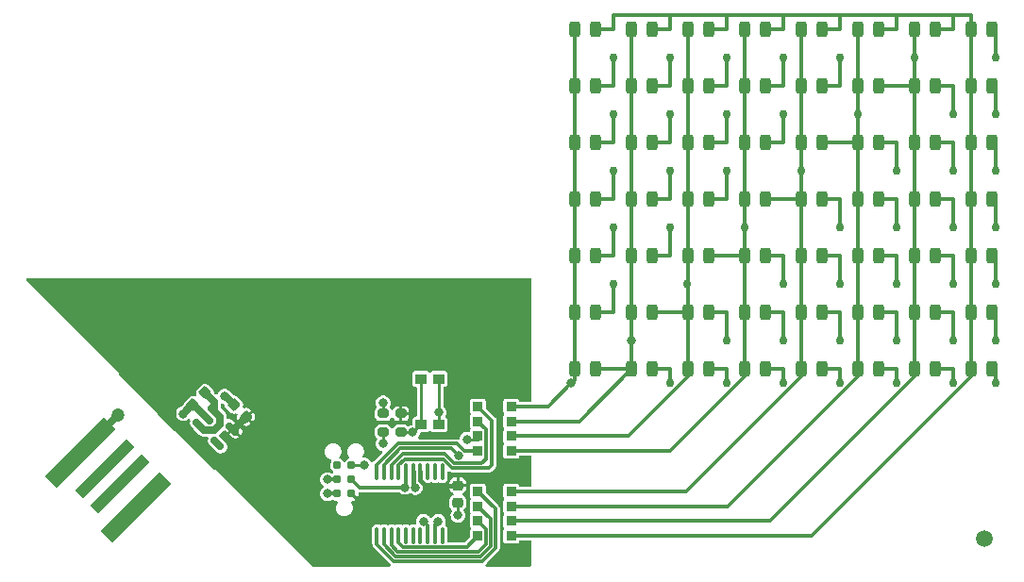
<source format=gtl>
G04 #@! TF.GenerationSoftware,KiCad,Pcbnew,7.0.7*
G04 #@! TF.CreationDate,2023-10-07T16:32:54-04:00*
G04 #@! TF.ProjectId,business_card,62757369-6e65-4737-935f-636172642e6b,rev?*
G04 #@! TF.SameCoordinates,Original*
G04 #@! TF.FileFunction,Copper,L1,Top*
G04 #@! TF.FilePolarity,Positive*
%FSLAX46Y46*%
G04 Gerber Fmt 4.6, Leading zero omitted, Abs format (unit mm)*
G04 Created by KiCad (PCBNEW 7.0.7) date 2023-10-07 16:32:54*
%MOMM*%
%LPD*%
G01*
G04 APERTURE LIST*
G04 Aperture macros list*
%AMRoundRect*
0 Rectangle with rounded corners*
0 $1 Rounding radius*
0 $2 $3 $4 $5 $6 $7 $8 $9 X,Y pos of 4 corners*
0 Add a 4 corners polygon primitive as box body*
4,1,4,$2,$3,$4,$5,$6,$7,$8,$9,$2,$3,0*
0 Add four circle primitives for the rounded corners*
1,1,$1+$1,$2,$3*
1,1,$1+$1,$4,$5*
1,1,$1+$1,$6,$7*
1,1,$1+$1,$8,$9*
0 Add four rect primitives between the rounded corners*
20,1,$1+$1,$2,$3,$4,$5,0*
20,1,$1+$1,$4,$5,$6,$7,0*
20,1,$1+$1,$6,$7,$8,$9,0*
20,1,$1+$1,$8,$9,$2,$3,0*%
%AMRotRect*
0 Rectangle, with rotation*
0 The origin of the aperture is its center*
0 $1 length*
0 $2 width*
0 $3 Rotation angle, in degrees counterclockwise*
0 Add horizontal line*
21,1,$1,$2,0,0,$3*%
G04 Aperture macros list end*
G04 #@! TA.AperFunction,SMDPad,CuDef*
%ADD10RoundRect,0.243750X0.243750X0.456250X-0.243750X0.456250X-0.243750X-0.456250X0.243750X-0.456250X0*%
G04 #@! TD*
G04 #@! TA.AperFunction,SMDPad,CuDef*
%ADD11R,0.900000X0.900000*%
G04 #@! TD*
G04 #@! TA.AperFunction,SMDPad,CuDef*
%ADD12RoundRect,0.225000X0.335876X0.017678X0.017678X0.335876X-0.335876X-0.017678X-0.017678X-0.335876X0*%
G04 #@! TD*
G04 #@! TA.AperFunction,SMDPad,CuDef*
%ADD13RoundRect,0.150000X-0.468458X0.256326X0.256326X-0.468458X0.468458X-0.256326X-0.256326X0.468458X0*%
G04 #@! TD*
G04 #@! TA.AperFunction,SMDPad,CuDef*
%ADD14RoundRect,0.225000X-0.250000X0.225000X-0.250000X-0.225000X0.250000X-0.225000X0.250000X0.225000X0*%
G04 #@! TD*
G04 #@! TA.AperFunction,SMDPad,CuDef*
%ADD15RoundRect,0.200000X0.275000X-0.200000X0.275000X0.200000X-0.275000X0.200000X-0.275000X-0.200000X0*%
G04 #@! TD*
G04 #@! TA.AperFunction,ConnectorPad*
%ADD16C,0.787400*%
G04 #@! TD*
G04 #@! TA.AperFunction,SMDPad,CuDef*
%ADD17R,1.000000X0.900000*%
G04 #@! TD*
G04 #@! TA.AperFunction,SMDPad,CuDef*
%ADD18RotRect,6.500000X1.000000X45.000000*%
G04 #@! TD*
G04 #@! TA.AperFunction,SMDPad,CuDef*
%ADD19RotRect,7.500000X1.500000X45.000000*%
G04 #@! TD*
G04 #@! TA.AperFunction,SMDPad,CuDef*
%ADD20RoundRect,0.225000X-0.017678X0.335876X-0.335876X0.017678X0.017678X-0.335876X0.335876X-0.017678X0*%
G04 #@! TD*
G04 #@! TA.AperFunction,SMDPad,CuDef*
%ADD21C,1.500000*%
G04 #@! TD*
G04 #@! TA.AperFunction,SMDPad,CuDef*
%ADD22RoundRect,0.200000X-0.275000X0.200000X-0.275000X-0.200000X0.275000X-0.200000X0.275000X0.200000X0*%
G04 #@! TD*
G04 #@! TA.AperFunction,SMDPad,CuDef*
%ADD23RoundRect,0.100000X-0.100000X0.637500X-0.100000X-0.637500X0.100000X-0.637500X0.100000X0.637500X0*%
G04 #@! TD*
G04 #@! TA.AperFunction,ViaPad*
%ADD24C,0.800000*%
G04 #@! TD*
G04 #@! TA.AperFunction,ViaPad*
%ADD25C,1.200000*%
G04 #@! TD*
G04 #@! TA.AperFunction,ViaPad*
%ADD26C,0.756400*%
G04 #@! TD*
G04 #@! TA.AperFunction,Conductor*
%ADD27C,0.250000*%
G04 #@! TD*
G04 #@! TA.AperFunction,Conductor*
%ADD28C,0.650000*%
G04 #@! TD*
G04 #@! TA.AperFunction,Conductor*
%ADD29C,0.400000*%
G04 #@! TD*
G04 #@! TA.AperFunction,Conductor*
%ADD30C,0.304800*%
G04 #@! TD*
G04 APERTURE END LIST*
D10*
X155593296Y-86440296D03*
X153718296Y-86440296D03*
X160673296Y-86440296D03*
X158798296Y-86440296D03*
X165753296Y-86440296D03*
X163878296Y-86440296D03*
X170833296Y-86440296D03*
X168958296Y-86440296D03*
X175913296Y-86440296D03*
X174038296Y-86440296D03*
X180993296Y-86440296D03*
X179118296Y-86440296D03*
X186073296Y-86440296D03*
X184198296Y-86440296D03*
X150513296Y-91520296D03*
X148638296Y-91520296D03*
X155593296Y-91520296D03*
X153718296Y-91520296D03*
X160673296Y-91520296D03*
X158798296Y-91520296D03*
X155593296Y-81360296D03*
X153718296Y-81360296D03*
X165753296Y-91520296D03*
X163878296Y-91520296D03*
X170833296Y-91520296D03*
X168958296Y-91520296D03*
X175913296Y-91520296D03*
X174038296Y-91520296D03*
X180993296Y-91520296D03*
X179118296Y-91520296D03*
X186073296Y-91520296D03*
X184198296Y-91520296D03*
X150513296Y-96600296D03*
X148638296Y-96600296D03*
X155593296Y-96600296D03*
X153718296Y-96600296D03*
X160673296Y-96600296D03*
X158798296Y-96600296D03*
X165753296Y-96600296D03*
X163878296Y-96600296D03*
X170833296Y-96600296D03*
X168958296Y-96600296D03*
X175913296Y-96600296D03*
X174038296Y-96600296D03*
X180993296Y-96600296D03*
X179118296Y-96600296D03*
X186073296Y-96600296D03*
X184198296Y-96600296D03*
X150513296Y-101680296D03*
X148638296Y-101680296D03*
X155593296Y-101680296D03*
X153718296Y-101680296D03*
X160673296Y-101680296D03*
X158798296Y-101680296D03*
X165753296Y-101680296D03*
X163878296Y-101680296D03*
X170833296Y-101680296D03*
X168958296Y-101680296D03*
X175913296Y-101680296D03*
X174038296Y-101680296D03*
X180993296Y-101680296D03*
X179118296Y-101680296D03*
X165753296Y-81360296D03*
X163878296Y-81360296D03*
X186073296Y-101680296D03*
X184198296Y-101680296D03*
X150513296Y-106760296D03*
X148638296Y-106760296D03*
X155593296Y-106760296D03*
X153718296Y-106760296D03*
X160673296Y-106760296D03*
X158798296Y-106760296D03*
X165753296Y-106760296D03*
X163878296Y-106760296D03*
X170833296Y-106760296D03*
X168958296Y-106760296D03*
X175913296Y-106760296D03*
X174038296Y-106760296D03*
X180993296Y-106760296D03*
X179118296Y-106760296D03*
X186073296Y-106760296D03*
X184198296Y-106760296D03*
X150513296Y-111840296D03*
X148638296Y-111840296D03*
X170833296Y-81360296D03*
X168958296Y-81360296D03*
X155593296Y-111840296D03*
X153718296Y-111840296D03*
X160673296Y-111840296D03*
X158798296Y-111840296D03*
X165753296Y-111840296D03*
X163878296Y-111840296D03*
X170833296Y-111840296D03*
X168958296Y-111840296D03*
X175913296Y-111840296D03*
X174038296Y-111840296D03*
X180993296Y-111840296D03*
X179118296Y-111840296D03*
X186073296Y-111840296D03*
X184198296Y-111840296D03*
X175913296Y-81360296D03*
X174038296Y-81360296D03*
X180993296Y-81360296D03*
X179118296Y-81360296D03*
X186073296Y-81360296D03*
X184198296Y-81360296D03*
X150513296Y-86440296D03*
X148638296Y-86440296D03*
X150513296Y-81360296D03*
X148638296Y-81360296D03*
D11*
X139947796Y-122794296D03*
X139947796Y-124134296D03*
X139947796Y-125454296D03*
X139947796Y-126794296D03*
X142947796Y-126794296D03*
X142947796Y-125454296D03*
X142947796Y-124134296D03*
X142947796Y-122794296D03*
X139947796Y-115174296D03*
X139947796Y-116514296D03*
X139947796Y-117834296D03*
X139947796Y-119174296D03*
X142947796Y-119174296D03*
X142947796Y-117834296D03*
X142947796Y-116514296D03*
X142947796Y-115174296D03*
D12*
X119166008Y-116118008D03*
X118069992Y-115021992D03*
D13*
X116332000Y-115570000D03*
X115660249Y-116241751D03*
X114988498Y-116913502D03*
X116597166Y-118522170D03*
X117940668Y-117178668D03*
D14*
X138151796Y-122273296D03*
X138151796Y-123823296D03*
D15*
X131451796Y-117473296D03*
X131451796Y-115823296D03*
D16*
X128620796Y-123016296D03*
X127350796Y-123016296D03*
X128620796Y-121746296D03*
X127350796Y-121746296D03*
X128620796Y-120476296D03*
X127350796Y-120476296D03*
D17*
X134851796Y-116798296D03*
X134851796Y-112698296D03*
X136451796Y-116798296D03*
X136451796Y-112698296D03*
D10*
X160673296Y-81360296D03*
X158798296Y-81360296D03*
D18*
X107857839Y-122156375D03*
X106443625Y-120742161D03*
D19*
X104322305Y-119327948D03*
X109272052Y-124277695D03*
D20*
X115488591Y-113958077D03*
X114392575Y-115054093D03*
D21*
X185420000Y-127000000D03*
D22*
X133051796Y-115823296D03*
X133051796Y-117473296D03*
D23*
X136752796Y-121035796D03*
X136102796Y-121035796D03*
X135452796Y-121035796D03*
X134802796Y-121035796D03*
X134152796Y-121035796D03*
X133502796Y-121035796D03*
X132852796Y-121035796D03*
X132202796Y-121035796D03*
X131552796Y-121035796D03*
X130902796Y-121035796D03*
X130902796Y-126760796D03*
X131552796Y-126760796D03*
X132202796Y-126760796D03*
X132852796Y-126760796D03*
X133502796Y-126760796D03*
X134152796Y-126760796D03*
X134802796Y-126760796D03*
X135452796Y-126760796D03*
X136102796Y-126760796D03*
X136752796Y-126760796D03*
D24*
X129804797Y-120437796D03*
X113538000Y-115824000D03*
X134361797Y-122458296D03*
X138161797Y-124948296D03*
X131461797Y-114848296D03*
D25*
X107670600Y-115951000D03*
D24*
X136451797Y-115688296D03*
X117226583Y-114252085D03*
X133409956Y-122447449D03*
X134111797Y-117498296D03*
X136412797Y-125486296D03*
X131461797Y-118528296D03*
X126464797Y-121746296D03*
X126464797Y-123016296D03*
X135079297Y-125486296D03*
X138203497Y-119580796D03*
X138986797Y-118123296D03*
D26*
X167355796Y-83900296D03*
X172435796Y-83900296D03*
X186405796Y-83900296D03*
X179118296Y-83900296D03*
X162275796Y-83900296D03*
X157195796Y-83900296D03*
X152115796Y-83900296D03*
X167355796Y-113110296D03*
X157195796Y-113110296D03*
X182595796Y-113110296D03*
X162275796Y-113110296D03*
X186405796Y-113110296D03*
X172435796Y-113110296D03*
X177515796Y-113110296D03*
D24*
X148305796Y-113110296D03*
D26*
X152115796Y-88980296D03*
X186405796Y-88980296D03*
X174038296Y-88980296D03*
X182595796Y-88980296D03*
X162275796Y-88980296D03*
X157195796Y-88980296D03*
X167355796Y-88980296D03*
X186405796Y-94060296D03*
X182595796Y-94060296D03*
X162275796Y-94060296D03*
X152115796Y-94060296D03*
X177515796Y-94060296D03*
X168958296Y-94060296D03*
X157195796Y-94060296D03*
X162275796Y-109300296D03*
X186405796Y-109300296D03*
X177515796Y-109300296D03*
X172435796Y-109300296D03*
X167355796Y-109300296D03*
X182595796Y-109300296D03*
D24*
X153718296Y-109300296D03*
D26*
X172435796Y-104220296D03*
X158685796Y-104220296D03*
X177515796Y-104220296D03*
X186405796Y-104220296D03*
X182595796Y-104220296D03*
X167355796Y-104220296D03*
X152115796Y-104220296D03*
X172435796Y-99140296D03*
X177515796Y-99140296D03*
X186405796Y-99140296D03*
X157195796Y-99140296D03*
X182595796Y-99140296D03*
X163878296Y-99140296D03*
X152115796Y-99140296D03*
D27*
X136461797Y-112648296D02*
X136461797Y-115528296D01*
D28*
X114307907Y-115054093D02*
X113538000Y-115824000D01*
D27*
X129804297Y-120438296D02*
X129804797Y-120437796D01*
D28*
X114472591Y-115054093D02*
X115660249Y-116241751D01*
X114392575Y-115054093D02*
X114472591Y-115054093D01*
X117300085Y-114252085D02*
X118069992Y-115021992D01*
X104322305Y-119324695D02*
X107670600Y-115976400D01*
D29*
X134134297Y-122230796D02*
X134361797Y-122458296D01*
D27*
X128696797Y-120438296D02*
X129804297Y-120438296D01*
D28*
X117226583Y-114252085D02*
X117300085Y-114252085D01*
X107670600Y-115951000D02*
X107696000Y-115951000D01*
X107670600Y-115976400D02*
X107670600Y-115951000D01*
D27*
X131461797Y-115848296D02*
X131461797Y-114848296D01*
X138161797Y-123823296D02*
X138161797Y-124948296D01*
D28*
X107696000Y-115951000D02*
X107670600Y-115976400D01*
D27*
X136461797Y-115528296D02*
X136461797Y-116748296D01*
D29*
X134134297Y-121036296D02*
X134134297Y-122230796D01*
D28*
X104322305Y-119327948D02*
X104322305Y-119324695D01*
X114392575Y-115054093D02*
X114307907Y-115054093D01*
D30*
X128620796Y-121746296D02*
X129321949Y-122447449D01*
X129321949Y-122447449D02*
X133409956Y-122447449D01*
D27*
X133061797Y-117498296D02*
X134111797Y-117498296D01*
D30*
X133502796Y-121035796D02*
X133502796Y-122354609D01*
D27*
X134861797Y-116748296D02*
X134861797Y-112648296D01*
X133484297Y-122373108D02*
X133409956Y-122447449D01*
X134111797Y-117498296D02*
X134861797Y-116748296D01*
D30*
X133502796Y-122354609D02*
X133409956Y-122447449D01*
D27*
X131461797Y-117498296D02*
X131461797Y-118528296D01*
D30*
X136102796Y-125796297D02*
X136412797Y-125486296D01*
X136102796Y-126760796D02*
X136102796Y-125796297D01*
X127350796Y-121746296D02*
X126464797Y-121746296D01*
D28*
X116332000Y-114801486D02*
X115488591Y-113958077D01*
X116844810Y-116082810D02*
X116332000Y-115570000D01*
X114988498Y-116913502D02*
X115412605Y-117337609D01*
X116342391Y-117337609D02*
X116844810Y-116835190D01*
X116844810Y-116835190D02*
X116844810Y-116082810D01*
X116332000Y-115570000D02*
X116332000Y-114801486D01*
X115412605Y-117337609D02*
X116342391Y-117337609D01*
X117940668Y-117178668D02*
X118105348Y-117178668D01*
X118105348Y-117178668D02*
X119166008Y-116118008D01*
D29*
X134784297Y-121773796D02*
X135269797Y-122259296D01*
X135269797Y-122259296D02*
X138147797Y-122259296D01*
X138147797Y-122259296D02*
X138161797Y-122273296D01*
X135269797Y-122259296D02*
X135269797Y-122628796D01*
X134784297Y-121036296D02*
X134784297Y-121773796D01*
D30*
X135452796Y-125859795D02*
X135452796Y-126760796D01*
X135079297Y-125486296D02*
X135452796Y-125859795D01*
X127350796Y-123016296D02*
X126464797Y-123016296D01*
X132202796Y-127630796D02*
X132767496Y-128195496D01*
X132202796Y-126760796D02*
X132202796Y-127630796D01*
X140670196Y-126176696D02*
X139947796Y-125454296D01*
X140670196Y-127553804D02*
X140670196Y-126176696D01*
X140028504Y-128195496D02*
X140670196Y-127553804D01*
X132767496Y-128195496D02*
X140028504Y-128195496D01*
X131552796Y-127581554D02*
X132591538Y-128620296D01*
X131552796Y-126760796D02*
X131552796Y-127581554D01*
X132591538Y-128620296D02*
X140204462Y-128620296D01*
X140204462Y-128620296D02*
X141094996Y-127729762D01*
X141094996Y-125281496D02*
X139947796Y-124134296D01*
X141094996Y-127729762D02*
X141094996Y-125281496D01*
X130902796Y-127532312D02*
X132415580Y-129045096D01*
X130902796Y-126760796D02*
X130902796Y-127532312D01*
X141519796Y-124366296D02*
X139947796Y-122794296D01*
X140380420Y-129045096D02*
X141519796Y-127905720D01*
X141519796Y-127905720D02*
X141519796Y-124366296D01*
X132415580Y-129045096D02*
X140380420Y-129045096D01*
X138104019Y-118530400D02*
X138747915Y-119174296D01*
X130902796Y-121035796D02*
X130902796Y-120403496D01*
X132775892Y-118530400D02*
X138104019Y-118530400D01*
X130902796Y-120403496D02*
X132775892Y-118530400D01*
X138747915Y-119174296D02*
X139947796Y-119174296D01*
X131552796Y-120421643D02*
X133019239Y-118955200D01*
D27*
X138986797Y-118123296D02*
X140014797Y-118123296D01*
X140014797Y-118123296D02*
X140119797Y-118018296D01*
D30*
X133019239Y-118955200D02*
X137577901Y-118955200D01*
X137577901Y-118955200D02*
X138203497Y-119580796D01*
X131552796Y-121035796D02*
X131552796Y-120421643D01*
X133244439Y-119380000D02*
X136961911Y-119380000D01*
X140670196Y-119896696D02*
X140670196Y-117236696D01*
X137843958Y-120262047D02*
X140304845Y-120262047D01*
X140304845Y-120262047D02*
X140670196Y-119896696D01*
X132202796Y-120421643D02*
X133244439Y-119380000D01*
X136961911Y-119380000D02*
X137843958Y-120262047D01*
X132202796Y-121035796D02*
X132202796Y-120421643D01*
X140670196Y-117236696D02*
X139947796Y-116514296D01*
X132852796Y-127374949D02*
X133248543Y-127770696D01*
X138971396Y-127770696D02*
X139947796Y-126794296D01*
X132852796Y-126760796D02*
X132852796Y-127374949D01*
X133248543Y-127770696D02*
X138971396Y-127770696D01*
X132852796Y-121035796D02*
X132852796Y-120421643D01*
X132852796Y-120421643D02*
X133386439Y-119888000D01*
X137668000Y-120686847D02*
X140933153Y-120686847D01*
X141224000Y-120396000D02*
X141224000Y-116450500D01*
X136869153Y-119888000D02*
X137668000Y-120686847D01*
X134112000Y-119888000D02*
X136869153Y-119888000D01*
X141224000Y-116450500D02*
X139947796Y-115174296D01*
X140933153Y-120686847D02*
X141224000Y-120396000D01*
X133386439Y-119888000D02*
X134112000Y-119888000D01*
X160785796Y-86440296D02*
X162275796Y-86440296D01*
X150625796Y-86440296D02*
X152115796Y-86440296D01*
X175913296Y-86440296D02*
X179118296Y-86440296D01*
X165865796Y-86440296D02*
X167355796Y-86440296D01*
X170945796Y-86440296D02*
X172435796Y-86440296D01*
X167355796Y-86440296D02*
X167355796Y-83900296D01*
X179118296Y-81360296D02*
X179118296Y-111840296D01*
X157195796Y-86440296D02*
X157195796Y-83900296D01*
X179118296Y-112473704D02*
X179118296Y-111840296D01*
X155705796Y-86440296D02*
X157195796Y-86440296D01*
X166137704Y-125454296D02*
X179118296Y-112473704D01*
X186405796Y-83900296D02*
X186405796Y-81360296D01*
X152115796Y-86440296D02*
X152115796Y-83900296D01*
X142947796Y-125454296D02*
X166137704Y-125454296D01*
X172435796Y-86440296D02*
X172435796Y-83900296D01*
X162275796Y-86440296D02*
X162275796Y-83900296D01*
X148638296Y-112777796D02*
X148305796Y-113110296D01*
X182595796Y-111840296D02*
X182595796Y-113110296D01*
X172435796Y-111840296D02*
X172435796Y-113110296D01*
X142947796Y-115174296D02*
X146241796Y-115174296D01*
X176025796Y-111840296D02*
X177515796Y-111840296D01*
X148638296Y-111840296D02*
X148638296Y-112777796D01*
X167355796Y-111840296D02*
X167355796Y-113110296D01*
X148638296Y-111840296D02*
X148638296Y-81360296D01*
X162275796Y-111840296D02*
X162275796Y-113110296D01*
X170945796Y-111840296D02*
X172435796Y-111840296D01*
X160785796Y-111840296D02*
X162275796Y-111840296D01*
X186405796Y-112060296D02*
X186405796Y-113110296D01*
X165865796Y-111840296D02*
X167355796Y-111840296D01*
X157195796Y-111840296D02*
X157195796Y-113110296D01*
X177515796Y-111840296D02*
X177515796Y-113110296D01*
X146241796Y-115174296D02*
X148305796Y-113110296D01*
X181105796Y-111840296D02*
X182595796Y-111840296D01*
X155705796Y-111840296D02*
X157195796Y-111840296D01*
X157195796Y-91520296D02*
X157195796Y-88980296D01*
X174038296Y-112473704D02*
X174038296Y-111840296D01*
X174038296Y-111840296D02*
X174038296Y-81360296D01*
X162377704Y-124134296D02*
X174038296Y-112473704D01*
X142947796Y-124134296D02*
X162377704Y-124134296D01*
X167355796Y-91520296D02*
X167355796Y-88980296D01*
X160785796Y-91520296D02*
X162275796Y-91520296D01*
X186405796Y-88980296D02*
X186405796Y-86440296D01*
X181105796Y-86440296D02*
X182595796Y-86440296D01*
X155705796Y-91520296D02*
X157195796Y-91520296D01*
X150625796Y-91520296D02*
X152115796Y-91520296D01*
X182595796Y-86440296D02*
X182595796Y-88980296D01*
X162275796Y-91520296D02*
X162275796Y-88980296D01*
X152115796Y-91520296D02*
X152115796Y-88980296D01*
X170945796Y-91520296D02*
X173925796Y-91520296D01*
X165865796Y-91520296D02*
X167355796Y-91520296D01*
X162275796Y-96600296D02*
X162275796Y-94060296D01*
X142947796Y-122794296D02*
X158637704Y-122794296D01*
X168958296Y-112473704D02*
X168958296Y-111840296D01*
X182595796Y-91520296D02*
X182595796Y-94060296D01*
X155705796Y-96600296D02*
X157195796Y-96600296D01*
X158637704Y-122794296D02*
X168958296Y-112473704D01*
X181105796Y-91520296D02*
X182595796Y-91520296D01*
X165865796Y-96600296D02*
X168845796Y-96600296D01*
X186405796Y-94060296D02*
X186405796Y-91520296D01*
X168958296Y-111840296D02*
X168958296Y-101680296D01*
X150625796Y-96600296D02*
X152115796Y-96600296D01*
X157195796Y-96600296D02*
X157195796Y-94060296D01*
X177515796Y-91520296D02*
X177515796Y-94060296D01*
X168958296Y-101680296D02*
X168958296Y-81360296D01*
X152115796Y-96600296D02*
X152115796Y-94060296D01*
X176025796Y-91520296D02*
X177515796Y-91520296D01*
X160785796Y-96600296D02*
X162275796Y-96600296D01*
X170945796Y-106760296D02*
X172435796Y-106760296D01*
X153718296Y-111840296D02*
X153718296Y-81360296D01*
X176025796Y-106760296D02*
X177515796Y-106760296D01*
X142947796Y-116514296D02*
X149044296Y-116514296D01*
X186405796Y-109300296D02*
X186405796Y-106760296D01*
X181105796Y-106760296D02*
X182595796Y-106760296D01*
X177515796Y-106760296D02*
X177515796Y-109300296D01*
X182595796Y-106760296D02*
X182595796Y-109300296D01*
X149044296Y-116514296D02*
X153718296Y-111840296D01*
X167355796Y-106760296D02*
X167355796Y-109300296D01*
X165865796Y-106760296D02*
X167355796Y-106760296D01*
X160785796Y-106760296D02*
X162275796Y-106760296D01*
X162275796Y-106760296D02*
X162275796Y-109300296D01*
X150625796Y-111840296D02*
X153605796Y-111840296D01*
X172435796Y-106760296D02*
X172435796Y-109300296D01*
X157195796Y-81360296D02*
X157195796Y-80090296D01*
X162275796Y-80090296D02*
X157195796Y-80090296D01*
X184198296Y-80090296D02*
X184198296Y-81360296D01*
X184194696Y-80086696D02*
X184198296Y-80090296D01*
X182595796Y-81360296D02*
X182595796Y-80090296D01*
X181105796Y-81360296D02*
X182595796Y-81360296D01*
X167355796Y-81360296D02*
X167355796Y-80149196D01*
X167414696Y-80090296D02*
X167355796Y-80090296D01*
X157195796Y-80090296D02*
X152115796Y-80090296D01*
X182595796Y-80090296D02*
X157195796Y-80090296D01*
X142947796Y-126794296D02*
X169877704Y-126794296D01*
X182595796Y-80090296D02*
X184191096Y-80090296D01*
X155705796Y-81360296D02*
X157195796Y-81360296D01*
X184198296Y-81360296D02*
X184198296Y-111840296D01*
X169877704Y-126794296D02*
X184198296Y-112473704D01*
X150625796Y-81360296D02*
X152115796Y-81360296D01*
X184198296Y-112473704D02*
X184198296Y-111840296D01*
X170833296Y-81360296D02*
X172435796Y-81360296D01*
X160785796Y-81360296D02*
X162275796Y-81360296D01*
X167355796Y-80149196D02*
X167414696Y-80090296D01*
X167355796Y-80090296D02*
X162275796Y-80090296D01*
X152115796Y-80090296D02*
X152115796Y-81360296D01*
X177515796Y-81360296D02*
X177515796Y-80090296D01*
X172435796Y-80090296D02*
X167414696Y-80090296D01*
X177515796Y-80090296D02*
X172435796Y-80090296D01*
X162275796Y-81360296D02*
X162275796Y-80090296D01*
X172435796Y-81360296D02*
X172435796Y-80090296D01*
X184191096Y-80090296D02*
X184194696Y-80086696D01*
X165753296Y-81360296D02*
X167355796Y-81360296D01*
X176025796Y-81360296D02*
X177515796Y-81360296D01*
X172435796Y-101680296D02*
X172435796Y-104220296D01*
X158798296Y-111840296D02*
X158798296Y-81560296D01*
X142947796Y-117834296D02*
X153437704Y-117834296D01*
X150625796Y-106760296D02*
X152115796Y-106760296D01*
X158798296Y-81560296D02*
X158669696Y-81431696D01*
X186405796Y-104220296D02*
X186405796Y-101680296D01*
X177515796Y-101680296D02*
X177515796Y-104220296D01*
X167355796Y-101680296D02*
X167355796Y-104220296D01*
X165865796Y-101680296D02*
X167355796Y-101680296D01*
X170945796Y-101680296D02*
X172435796Y-101680296D01*
X182595796Y-101680296D02*
X182595796Y-104220296D01*
X176025796Y-101680296D02*
X177515796Y-101680296D01*
X155705796Y-106760296D02*
X158685796Y-106760296D01*
X158798296Y-112473704D02*
X158798296Y-111840296D01*
X152115796Y-106760296D02*
X152115796Y-104220296D01*
X153437704Y-117834296D02*
X158798296Y-112473704D01*
X158669696Y-81431696D02*
X158669696Y-81360296D01*
X181105796Y-101680296D02*
X182595796Y-101680296D01*
X172435796Y-96600296D02*
X172435796Y-99140296D01*
X163878296Y-112473704D02*
X163878296Y-111840296D01*
X181105796Y-96600296D02*
X182595796Y-96600296D01*
X182595796Y-96600296D02*
X182595796Y-99140296D01*
X176025796Y-96600296D02*
X177515796Y-96600296D01*
X186405796Y-99140296D02*
X186405796Y-96600296D01*
X142947796Y-119174296D02*
X157177704Y-119174296D01*
X152115796Y-101680296D02*
X152115796Y-99140296D01*
X150625796Y-101680296D02*
X152115796Y-101680296D01*
X163878296Y-81360296D02*
X163878296Y-111840296D01*
X170945796Y-96600296D02*
X172435796Y-96600296D01*
X177515796Y-96600296D02*
X177515796Y-99140296D01*
X160785796Y-101680296D02*
X163765796Y-101680296D01*
X157177704Y-119174296D02*
X163878296Y-112473704D01*
X155705796Y-101680296D02*
X157195796Y-101680296D01*
X157195796Y-101680296D02*
X157195796Y-99140296D01*
G04 #@! TA.AperFunction,Conductor*
G36*
X144722121Y-103652002D02*
G01*
X144768614Y-103705658D01*
X144780000Y-103758000D01*
X144780000Y-114641396D01*
X144759998Y-114709517D01*
X144706342Y-114756010D01*
X144654000Y-114767396D01*
X143769260Y-114767396D01*
X143701139Y-114747394D01*
X143654646Y-114693738D01*
X143645681Y-114665976D01*
X143640792Y-114641396D01*
X143637530Y-114624995D01*
X143581280Y-114540812D01*
X143581279Y-114540811D01*
X143497098Y-114484562D01*
X143422863Y-114469796D01*
X142472732Y-114469796D01*
X142472722Y-114469797D01*
X142398495Y-114484561D01*
X142314311Y-114540812D01*
X142258062Y-114624993D01*
X142243296Y-114699226D01*
X142243296Y-115649359D01*
X142243297Y-115649369D01*
X142258061Y-115723597D01*
X142291936Y-115774293D01*
X142313151Y-115842046D01*
X142294368Y-115910513D01*
X142291937Y-115914296D01*
X142258062Y-115964993D01*
X142243296Y-116039226D01*
X142243296Y-116989359D01*
X142243297Y-116989369D01*
X142258062Y-117063597D01*
X142258061Y-117063597D01*
X142285254Y-117104292D01*
X142306470Y-117172045D01*
X142287688Y-117240512D01*
X142285255Y-117244297D01*
X142258062Y-117284993D01*
X142243296Y-117359226D01*
X142243296Y-118309359D01*
X142243297Y-118309369D01*
X142258061Y-118383597D01*
X142291936Y-118434293D01*
X142313151Y-118502046D01*
X142294368Y-118570513D01*
X142291937Y-118574296D01*
X142258062Y-118624993D01*
X142243296Y-118699226D01*
X142243296Y-119649359D01*
X142243297Y-119649369D01*
X142258061Y-119723596D01*
X142314312Y-119807780D01*
X142398493Y-119864029D01*
X142398495Y-119864030D01*
X142472729Y-119878796D01*
X143422862Y-119878795D01*
X143422865Y-119878794D01*
X143422869Y-119878794D01*
X143477564Y-119867915D01*
X143497097Y-119864030D01*
X143581280Y-119807780D01*
X143637530Y-119723597D01*
X143645681Y-119682615D01*
X143678589Y-119619705D01*
X143740284Y-119584573D01*
X143769261Y-119581196D01*
X144654000Y-119581196D01*
X144722121Y-119601198D01*
X144768614Y-119654854D01*
X144780000Y-119707196D01*
X144780000Y-122261396D01*
X144759998Y-122329517D01*
X144706342Y-122376010D01*
X144654000Y-122387396D01*
X143769260Y-122387396D01*
X143701139Y-122367394D01*
X143654646Y-122313738D01*
X143645681Y-122285976D01*
X143639654Y-122255676D01*
X143637530Y-122244995D01*
X143581280Y-122160812D01*
X143559556Y-122146296D01*
X143497098Y-122104562D01*
X143422863Y-122089796D01*
X142472732Y-122089796D01*
X142472722Y-122089797D01*
X142398495Y-122104561D01*
X142314311Y-122160812D01*
X142258062Y-122244993D01*
X142243296Y-122319226D01*
X142243296Y-123269359D01*
X142243297Y-123269369D01*
X142258061Y-123343597D01*
X142291936Y-123394293D01*
X142313151Y-123462046D01*
X142294368Y-123530513D01*
X142291937Y-123534296D01*
X142258062Y-123584993D01*
X142243296Y-123659226D01*
X142243296Y-124609359D01*
X142243297Y-124609369D01*
X142258062Y-124683597D01*
X142258061Y-124683597D01*
X142285254Y-124724292D01*
X142306470Y-124792045D01*
X142287688Y-124860512D01*
X142285255Y-124864297D01*
X142258062Y-124904993D01*
X142243296Y-124979226D01*
X142243296Y-125929359D01*
X142243297Y-125929369D01*
X142258061Y-126003597D01*
X142291936Y-126054293D01*
X142313151Y-126122046D01*
X142294368Y-126190513D01*
X142291937Y-126194296D01*
X142258062Y-126244993D01*
X142243296Y-126319226D01*
X142243296Y-127269359D01*
X142243297Y-127269369D01*
X142258061Y-127343596D01*
X142314312Y-127427780D01*
X142398493Y-127484029D01*
X142398495Y-127484030D01*
X142472729Y-127498796D01*
X143422862Y-127498795D01*
X143422865Y-127498794D01*
X143422869Y-127498794D01*
X143472122Y-127488997D01*
X143497097Y-127484030D01*
X143581280Y-127427780D01*
X143637530Y-127343597D01*
X143645681Y-127302615D01*
X143678589Y-127239705D01*
X143740284Y-127204573D01*
X143769261Y-127201196D01*
X144654000Y-127201196D01*
X144722121Y-127221198D01*
X144768614Y-127274854D01*
X144780000Y-127327196D01*
X144780000Y-129413500D01*
X144759998Y-129481621D01*
X144706342Y-129528114D01*
X144654000Y-129539500D01*
X140765650Y-129539500D01*
X140697529Y-129519498D01*
X140651036Y-129465842D01*
X140640932Y-129395568D01*
X140670426Y-129330988D01*
X140676555Y-129324405D01*
X140731430Y-129269529D01*
X140731431Y-129269526D01*
X141830162Y-128170797D01*
X141853088Y-128147871D01*
X141863305Y-128127818D01*
X141873638Y-128110957D01*
X141886866Y-128092752D01*
X141893821Y-128071343D01*
X141901386Y-128053079D01*
X141911605Y-128033026D01*
X141915127Y-128010784D01*
X141919739Y-127991576D01*
X141926696Y-127970166D01*
X141926696Y-127841274D01*
X141926696Y-124334272D01*
X141926696Y-124301850D01*
X141919738Y-124280436D01*
X141915127Y-124261229D01*
X141911605Y-124238990D01*
X141901385Y-124218933D01*
X141893821Y-124200671D01*
X141886866Y-124179264D01*
X141873633Y-124161051D01*
X141863303Y-124144193D01*
X141853088Y-124124145D01*
X141823098Y-124094155D01*
X141761947Y-124033004D01*
X140689200Y-122960257D01*
X140655174Y-122897945D01*
X140652295Y-122871162D01*
X140652295Y-122319232D01*
X140652294Y-122319223D01*
X140637530Y-122244995D01*
X140581279Y-122160811D01*
X140497098Y-122104562D01*
X140422863Y-122089796D01*
X139472732Y-122089796D01*
X139472722Y-122089797D01*
X139398495Y-122104561D01*
X139314311Y-122160812D01*
X139258062Y-122244993D01*
X139243296Y-122319226D01*
X139243296Y-123269359D01*
X139243297Y-123269369D01*
X139258061Y-123343597D01*
X139291936Y-123394293D01*
X139313151Y-123462046D01*
X139294368Y-123530513D01*
X139291937Y-123534296D01*
X139258062Y-123584993D01*
X139243296Y-123659226D01*
X139243296Y-124609359D01*
X139243297Y-124609369D01*
X139258062Y-124683597D01*
X139258061Y-124683597D01*
X139285254Y-124724292D01*
X139306470Y-124792045D01*
X139287688Y-124860512D01*
X139285255Y-124864297D01*
X139258062Y-124904993D01*
X139243296Y-124979226D01*
X139243296Y-125929359D01*
X139243297Y-125929369D01*
X139258061Y-126003597D01*
X139291936Y-126054293D01*
X139313151Y-126122046D01*
X139294368Y-126190513D01*
X139291937Y-126194296D01*
X139258062Y-126244993D01*
X139243296Y-126319226D01*
X139243296Y-126871161D01*
X139223294Y-126939282D01*
X139206392Y-126960256D01*
X138839758Y-127326891D01*
X138777445Y-127360916D01*
X138750662Y-127363796D01*
X137333296Y-127363796D01*
X137265175Y-127343794D01*
X137218682Y-127290138D01*
X137207296Y-127237796D01*
X137207296Y-126089656D01*
X137207296Y-126089650D01*
X137197257Y-126020746D01*
X137145295Y-125914456D01*
X137145294Y-125914454D01*
X137061598Y-125830758D01*
X137027572Y-125768446D01*
X137032637Y-125697631D01*
X137032882Y-125696981D01*
X137052946Y-125644077D01*
X137072104Y-125486299D01*
X137072104Y-125486292D01*
X137052947Y-125328516D01*
X137039335Y-125292626D01*
X136996584Y-125179901D01*
X136906295Y-125049095D01*
X136787326Y-124943697D01*
X136787325Y-124943696D01*
X136787322Y-124943694D01*
X136646594Y-124869835D01*
X136646592Y-124869834D01*
X136646590Y-124869833D01*
X136646588Y-124869832D01*
X136646587Y-124869832D01*
X136492269Y-124831796D01*
X136492268Y-124831796D01*
X136333326Y-124831796D01*
X136333324Y-124831796D01*
X136179006Y-124869832D01*
X136178999Y-124869835D01*
X136038271Y-124943694D01*
X136038266Y-124943698D01*
X135919297Y-125049096D01*
X135849743Y-125149864D01*
X135794584Y-125194564D01*
X135724016Y-125202347D01*
X135660442Y-125170742D01*
X135642351Y-125149864D01*
X135572796Y-125049096D01*
X135523822Y-125005708D01*
X135453826Y-124943697D01*
X135453825Y-124943696D01*
X135453822Y-124943694D01*
X135313094Y-124869835D01*
X135313092Y-124869834D01*
X135313090Y-124869833D01*
X135313088Y-124869832D01*
X135313087Y-124869832D01*
X135158769Y-124831796D01*
X135158768Y-124831796D01*
X134999826Y-124831796D01*
X134999824Y-124831796D01*
X134845506Y-124869832D01*
X134845499Y-124869835D01*
X134704771Y-124943694D01*
X134704766Y-124943698D01*
X134585798Y-125049096D01*
X134495512Y-125179897D01*
X134495509Y-125179903D01*
X134439146Y-125328516D01*
X134419990Y-125486292D01*
X134419990Y-125486300D01*
X134437444Y-125630055D01*
X134425799Y-125700090D01*
X134378138Y-125752711D01*
X134309594Y-125771212D01*
X134294200Y-125769926D01*
X134286450Y-125768797D01*
X134286447Y-125768796D01*
X134286442Y-125768796D01*
X134019150Y-125768796D01*
X134019148Y-125768796D01*
X133950245Y-125778835D01*
X133950240Y-125778836D01*
X133883134Y-125811643D01*
X133813151Y-125823592D01*
X133772458Y-125811643D01*
X133705351Y-125778836D01*
X133705346Y-125778835D01*
X133636443Y-125768796D01*
X133636442Y-125768796D01*
X133369150Y-125768796D01*
X133369148Y-125768796D01*
X133300245Y-125778835D01*
X133300240Y-125778836D01*
X133233134Y-125811643D01*
X133163151Y-125823592D01*
X133122458Y-125811643D01*
X133055351Y-125778836D01*
X133055346Y-125778835D01*
X132986443Y-125768796D01*
X132986442Y-125768796D01*
X132719150Y-125768796D01*
X132719148Y-125768796D01*
X132650245Y-125778835D01*
X132650240Y-125778836D01*
X132583134Y-125811643D01*
X132513151Y-125823592D01*
X132472458Y-125811643D01*
X132405351Y-125778836D01*
X132405346Y-125778835D01*
X132336443Y-125768796D01*
X132336442Y-125768796D01*
X132069150Y-125768796D01*
X132069148Y-125768796D01*
X132000245Y-125778835D01*
X131933133Y-125811644D01*
X131863149Y-125823592D01*
X131822456Y-125811643D01*
X131755347Y-125778835D01*
X131686443Y-125768796D01*
X131686442Y-125768796D01*
X131419150Y-125768796D01*
X131419148Y-125768796D01*
X131350245Y-125778835D01*
X131283133Y-125811644D01*
X131213149Y-125823592D01*
X131172456Y-125811643D01*
X131105347Y-125778835D01*
X131036443Y-125768796D01*
X131036442Y-125768796D01*
X130769150Y-125768796D01*
X130769148Y-125768796D01*
X130700245Y-125778835D01*
X130700243Y-125778836D01*
X130593956Y-125830796D01*
X130593954Y-125830797D01*
X130510297Y-125914454D01*
X130510296Y-125914456D01*
X130458336Y-126020743D01*
X130458335Y-126020745D01*
X130448296Y-126089648D01*
X130448296Y-127431943D01*
X130458335Y-127500848D01*
X130483130Y-127551569D01*
X130494380Y-127587187D01*
X130495897Y-127596762D01*
X130502851Y-127618168D01*
X130507464Y-127637381D01*
X130510986Y-127659618D01*
X130521204Y-127679671D01*
X130528770Y-127697936D01*
X130535725Y-127719343D01*
X130535727Y-127719346D01*
X130548958Y-127737557D01*
X130559288Y-127754414D01*
X130569502Y-127774461D01*
X130569506Y-127774466D01*
X130574707Y-127779667D01*
X132082288Y-129287247D01*
X132119446Y-129324405D01*
X132153472Y-129386717D01*
X132148407Y-129457532D01*
X132105860Y-129514368D01*
X132039340Y-129539179D01*
X132030351Y-129539500D01*
X125204598Y-129539500D01*
X125136477Y-129519498D01*
X125115503Y-129502595D01*
X118629207Y-123016299D01*
X125805490Y-123016299D01*
X125824646Y-123174075D01*
X125873244Y-123302214D01*
X125881010Y-123322691D01*
X125971299Y-123453497D01*
X126090268Y-123558895D01*
X126090269Y-123558895D01*
X126090271Y-123558897D01*
X126139995Y-123584994D01*
X126231004Y-123632759D01*
X126385326Y-123670796D01*
X126385327Y-123670796D01*
X126544267Y-123670796D01*
X126544268Y-123670796D01*
X126698590Y-123632759D01*
X126839326Y-123558895D01*
X126839335Y-123558886D01*
X126841798Y-123557187D01*
X126843904Y-123556492D01*
X126846075Y-123555353D01*
X126846264Y-123555713D01*
X126909222Y-123534947D01*
X126972517Y-123551282D01*
X126973123Y-123550130D01*
X126989827Y-123558897D01*
X127119253Y-123626825D01*
X127272090Y-123664496D01*
X127272096Y-123664496D01*
X127279653Y-123665414D01*
X127279269Y-123668574D01*
X127333499Y-123684498D01*
X127379992Y-123738154D01*
X127390096Y-123808428D01*
X127374497Y-123853496D01*
X127296331Y-123988883D01*
X127296329Y-123988889D01*
X127247189Y-124153031D01*
X127246327Y-124155909D01*
X127239073Y-124280451D01*
X127236189Y-124329956D01*
X127266464Y-124501650D01*
X127266465Y-124501652D01*
X127335515Y-124661731D01*
X127335517Y-124661735D01*
X127439627Y-124801578D01*
X127573180Y-124913644D01*
X127573182Y-124913645D01*
X127728981Y-124991890D01*
X127898625Y-125032096D01*
X127898627Y-125032096D01*
X128029235Y-125032096D01*
X128069460Y-125027394D01*
X128158960Y-125016933D01*
X128322789Y-124957304D01*
X128468450Y-124861501D01*
X128588092Y-124734689D01*
X128675263Y-124583703D01*
X128725265Y-124416684D01*
X128735403Y-124242636D01*
X128709223Y-124094167D01*
X137422296Y-124094167D01*
X137426611Y-124134296D01*
X137428436Y-124151269D01*
X137453675Y-124218938D01*
X137476622Y-124280462D01*
X137476623Y-124280463D01*
X137513674Y-124329956D01*
X137559252Y-124390840D01*
X137588814Y-124412970D01*
X137631360Y-124469806D01*
X137636424Y-124540621D01*
X137617001Y-124585412D01*
X137578011Y-124641898D01*
X137578009Y-124641903D01*
X137521646Y-124790516D01*
X137502490Y-124948292D01*
X137502490Y-124948299D01*
X137521646Y-125106075D01*
X137558158Y-125202347D01*
X137578010Y-125254691D01*
X137668299Y-125385497D01*
X137787268Y-125490895D01*
X137787269Y-125490895D01*
X137787271Y-125490897D01*
X137861997Y-125530116D01*
X137928004Y-125564759D01*
X138082326Y-125602796D01*
X138082327Y-125602796D01*
X138241267Y-125602796D01*
X138241268Y-125602796D01*
X138395590Y-125564759D01*
X138536326Y-125490895D01*
X138655295Y-125385497D01*
X138745584Y-125254691D01*
X138801946Y-125106078D01*
X138801946Y-125106077D01*
X138801947Y-125106075D01*
X138821104Y-124948299D01*
X138821104Y-124948292D01*
X138801947Y-124790516D01*
X138776831Y-124724292D01*
X138745584Y-124641901D01*
X138699779Y-124575541D01*
X138677543Y-124508116D01*
X138695290Y-124439373D01*
X138727961Y-124403100D01*
X138744340Y-124390840D01*
X138826971Y-124280459D01*
X138875156Y-124151269D01*
X138881296Y-124094160D01*
X138881296Y-123552432D01*
X138875156Y-123495323D01*
X138826971Y-123366133D01*
X138826969Y-123366131D01*
X138826969Y-123366129D01*
X138826968Y-123366128D01*
X138791745Y-123319077D01*
X138744340Y-123255752D01*
X138675974Y-123204573D01*
X138633963Y-123173123D01*
X138633959Y-123173121D01*
X138615092Y-123166084D01*
X138558257Y-123123537D01*
X138533447Y-123057017D01*
X138548539Y-122987643D01*
X138598742Y-122937441D01*
X138615095Y-122929973D01*
X138633714Y-122923028D01*
X138743982Y-122840482D01*
X138826527Y-122730216D01*
X138874664Y-122601156D01*
X138880795Y-122544128D01*
X138880796Y-122544111D01*
X138880796Y-122400296D01*
X137422796Y-122400296D01*
X137422796Y-122544128D01*
X137428927Y-122601156D01*
X137477064Y-122730216D01*
X137559609Y-122840482D01*
X137669876Y-122923027D01*
X137688497Y-122929973D01*
X137745333Y-122972520D01*
X137770144Y-123039040D01*
X137755053Y-123108414D01*
X137704851Y-123158616D01*
X137688500Y-123166084D01*
X137669630Y-123173122D01*
X137669628Y-123173123D01*
X137559252Y-123255752D01*
X137476623Y-123366128D01*
X137476622Y-123366129D01*
X137428436Y-123495323D01*
X137422296Y-123552424D01*
X137422296Y-124094167D01*
X128709223Y-124094167D01*
X128705128Y-124070942D01*
X128636075Y-123910858D01*
X128602111Y-123865236D01*
X128577477Y-123798653D01*
X128592751Y-123729319D01*
X128643086Y-123679249D01*
X128692107Y-123666806D01*
X128691878Y-123664914D01*
X128699442Y-123663995D01*
X128852158Y-123626354D01*
X128982723Y-123557829D01*
X128982723Y-123557828D01*
X128620089Y-123195194D01*
X128586063Y-123132882D01*
X128591128Y-123062067D01*
X128620057Y-123017035D01*
X128620795Y-123016296D01*
X128620796Y-123016296D01*
X128620796Y-123016295D01*
X128621471Y-123015620D01*
X128683771Y-122981573D01*
X128754589Y-122986613D01*
X128799693Y-123015589D01*
X129159760Y-123375656D01*
X129159761Y-123375655D01*
X129198516Y-123319511D01*
X129254295Y-123172436D01*
X129273253Y-123016299D01*
X129273253Y-123016290D01*
X129270733Y-122995535D01*
X129282378Y-122925500D01*
X129330039Y-122872880D01*
X129395814Y-122854349D01*
X132834469Y-122854349D01*
X132902590Y-122874351D01*
X132918022Y-122886037D01*
X133035421Y-122990043D01*
X133035430Y-122990050D01*
X133085438Y-123016296D01*
X133176163Y-123063912D01*
X133330485Y-123101949D01*
X133330486Y-123101949D01*
X133489426Y-123101949D01*
X133489427Y-123101949D01*
X133643749Y-123063912D01*
X133784485Y-122990048D01*
X133796197Y-122979671D01*
X133860445Y-122949468D01*
X133930826Y-122958795D01*
X133963307Y-122979667D01*
X133987268Y-123000895D01*
X133987269Y-123000895D01*
X133987271Y-123000897D01*
X134018020Y-123017035D01*
X134128004Y-123074759D01*
X134282326Y-123112796D01*
X134282327Y-123112796D01*
X134441267Y-123112796D01*
X134441268Y-123112796D01*
X134595590Y-123074759D01*
X134736326Y-123000895D01*
X134855295Y-122895497D01*
X134945584Y-122764691D01*
X135001946Y-122616078D01*
X135001946Y-122616077D01*
X135001947Y-122616075D01*
X135021104Y-122458299D01*
X135021104Y-122458292D01*
X135001947Y-122300516D01*
X134952575Y-122170335D01*
X134950723Y-122146296D01*
X137422796Y-122146296D01*
X138024796Y-122146296D01*
X138024796Y-121569296D01*
X138278796Y-121569296D01*
X138278796Y-122146296D01*
X138880796Y-122146296D01*
X138880796Y-122002480D01*
X138880795Y-122002463D01*
X138874664Y-121945435D01*
X138826527Y-121816375D01*
X138743982Y-121706109D01*
X138633716Y-121623564D01*
X138504656Y-121575427D01*
X138447628Y-121569296D01*
X138278796Y-121569296D01*
X138024796Y-121569296D01*
X137855963Y-121569296D01*
X137798935Y-121575427D01*
X137669875Y-121623564D01*
X137559609Y-121706109D01*
X137477064Y-121816375D01*
X137428927Y-121945435D01*
X137422796Y-122002463D01*
X137422796Y-122146296D01*
X134950723Y-122146296D01*
X134947121Y-122099548D01*
X134980803Y-122037050D01*
X135015048Y-122012457D01*
X135071887Y-121984670D01*
X135141871Y-121972721D01*
X135182565Y-121984670D01*
X135218996Y-122002480D01*
X135250246Y-122017757D01*
X135319150Y-122027796D01*
X135319156Y-122027796D01*
X135586436Y-122027796D01*
X135586442Y-122027796D01*
X135655346Y-122017757D01*
X135722459Y-121984947D01*
X135792438Y-121972999D01*
X135833134Y-121984948D01*
X135900246Y-122017757D01*
X135969150Y-122027796D01*
X135969156Y-122027796D01*
X136236436Y-122027796D01*
X136236442Y-122027796D01*
X136305346Y-122017757D01*
X136372458Y-121984947D01*
X136442440Y-121972999D01*
X136483131Y-121984946D01*
X136550246Y-122017757D01*
X136619150Y-122027796D01*
X136619156Y-122027796D01*
X136886436Y-122027796D01*
X136886442Y-122027796D01*
X136955346Y-122017757D01*
X137061636Y-121965795D01*
X137145295Y-121882136D01*
X137197257Y-121775846D01*
X137207296Y-121706942D01*
X137207296Y-121105775D01*
X137227298Y-121037655D01*
X137280954Y-120991162D01*
X137351228Y-120981058D01*
X137415808Y-121010552D01*
X137422381Y-121016671D01*
X137425849Y-121020139D01*
X137445903Y-121030357D01*
X137462755Y-121040684D01*
X137480968Y-121053917D01*
X137502378Y-121060873D01*
X137520635Y-121068435D01*
X137540694Y-121078656D01*
X137554356Y-121080819D01*
X137562926Y-121082177D01*
X137582153Y-121086793D01*
X137603553Y-121093746D01*
X137633378Y-121093746D01*
X137633402Y-121093747D01*
X137635976Y-121093747D01*
X140997597Y-121093747D01*
X140997599Y-121093747D01*
X141019009Y-121086790D01*
X141038217Y-121082178D01*
X141060459Y-121078656D01*
X141080512Y-121068437D01*
X141098776Y-121060872D01*
X141120185Y-121053917D01*
X141138393Y-121040687D01*
X141155251Y-121030356D01*
X141175304Y-121020139D01*
X141266445Y-120928998D01*
X141325970Y-120869473D01*
X141325972Y-120869469D01*
X141534366Y-120661077D01*
X141557292Y-120638151D01*
X141567509Y-120618098D01*
X141577842Y-120601237D01*
X141581954Y-120595578D01*
X141591070Y-120583032D01*
X141598025Y-120561623D01*
X141605590Y-120543359D01*
X141615809Y-120523306D01*
X141619331Y-120501064D01*
X141623943Y-120481856D01*
X141630900Y-120460446D01*
X141630900Y-120331553D01*
X141630900Y-116418476D01*
X141630900Y-116386054D01*
X141623942Y-116364640D01*
X141619331Y-116345433D01*
X141615809Y-116323194D01*
X141605589Y-116303137D01*
X141598025Y-116284875D01*
X141591070Y-116263468D01*
X141577837Y-116245255D01*
X141567507Y-116228397D01*
X141557292Y-116208349D01*
X141513754Y-116164811D01*
X141466151Y-116117208D01*
X140689200Y-115340256D01*
X140655174Y-115277945D01*
X140652295Y-115251162D01*
X140652295Y-114699232D01*
X140652294Y-114699223D01*
X140637530Y-114624995D01*
X140582009Y-114541903D01*
X140581280Y-114540812D01*
X140581279Y-114540811D01*
X140497098Y-114484562D01*
X140422863Y-114469796D01*
X139472732Y-114469796D01*
X139472722Y-114469797D01*
X139398495Y-114484561D01*
X139314311Y-114540812D01*
X139258062Y-114624993D01*
X139243296Y-114699226D01*
X139243296Y-115649359D01*
X139243297Y-115649369D01*
X139258061Y-115723597D01*
X139291936Y-115774293D01*
X139313151Y-115842046D01*
X139294368Y-115910513D01*
X139291937Y-115914296D01*
X139258062Y-115964993D01*
X139243296Y-116039226D01*
X139243296Y-116989359D01*
X139243297Y-116989369D01*
X139258062Y-117063597D01*
X139258061Y-117063597D01*
X139285254Y-117104292D01*
X139306470Y-117172045D01*
X139287688Y-117240512D01*
X139285255Y-117244297D01*
X139258062Y-117284993D01*
X139243294Y-117359234D01*
X139242827Y-117363984D01*
X139216245Y-117429816D01*
X139158292Y-117470827D01*
X139087366Y-117473995D01*
X139087284Y-117473975D01*
X139066271Y-117468796D01*
X139066268Y-117468796D01*
X138907326Y-117468796D01*
X138907324Y-117468796D01*
X138753006Y-117506832D01*
X138752999Y-117506835D01*
X138612271Y-117580694D01*
X138612266Y-117580698D01*
X138493298Y-117686096D01*
X138403012Y-117816897D01*
X138403009Y-117816903D01*
X138346647Y-117965516D01*
X138339878Y-118021259D01*
X138311810Y-118086472D01*
X138252941Y-118126158D01*
X138181962Y-118127716D01*
X138175861Y-118125903D01*
X138168465Y-118123500D01*
X138136043Y-118123500D01*
X134715599Y-118123500D01*
X134647478Y-118103498D01*
X134600985Y-118049842D01*
X134590881Y-117979568D01*
X134611903Y-117925924D01*
X134634748Y-117892827D01*
X134695584Y-117804691D01*
X134751946Y-117656078D01*
X134756243Y-117620691D01*
X134757103Y-117613609D01*
X134785169Y-117548395D01*
X134844037Y-117508708D01*
X134882184Y-117502795D01*
X135376860Y-117502795D01*
X135376862Y-117502795D01*
X135376865Y-117502794D01*
X135376868Y-117502794D01*
X135413459Y-117495515D01*
X135451097Y-117488030D01*
X135535280Y-117431780D01*
X135547031Y-117414192D01*
X135601507Y-117368666D01*
X135671950Y-117359817D01*
X135735995Y-117390458D01*
X135756558Y-117414190D01*
X135768312Y-117431780D01*
X135768313Y-117431781D01*
X135852493Y-117488029D01*
X135852495Y-117488030D01*
X135926729Y-117502796D01*
X136976862Y-117502795D01*
X136976865Y-117502794D01*
X136976869Y-117502794D01*
X137026122Y-117492997D01*
X137051097Y-117488030D01*
X137135280Y-117431780D01*
X137191530Y-117347597D01*
X137206296Y-117273363D01*
X137206295Y-116323230D01*
X137206294Y-116323226D01*
X137206294Y-116323222D01*
X137191530Y-116248995D01*
X137170797Y-116217967D01*
X137135280Y-116164812D01*
X137135279Y-116164811D01*
X137087627Y-116132970D01*
X137042100Y-116078493D01*
X137033253Y-116008050D01*
X137039816Y-115983531D01*
X137091946Y-115846078D01*
X137091946Y-115846077D01*
X137091947Y-115846075D01*
X137111104Y-115688299D01*
X137111104Y-115688292D01*
X137091947Y-115530516D01*
X137067527Y-115466127D01*
X137035584Y-115381901D01*
X136945295Y-115251095D01*
X136940611Y-115246945D01*
X136883743Y-115196564D01*
X136846018Y-115136420D01*
X136841297Y-115102252D01*
X136841297Y-113528795D01*
X136861299Y-113460674D01*
X136914955Y-113414181D01*
X136967297Y-113402795D01*
X136976860Y-113402795D01*
X136976862Y-113402795D01*
X136976865Y-113402794D01*
X136976868Y-113402794D01*
X137013459Y-113395515D01*
X137051097Y-113388030D01*
X137135280Y-113331780D01*
X137191530Y-113247597D01*
X137206296Y-113173363D01*
X137206295Y-112223230D01*
X137206294Y-112223226D01*
X137206294Y-112223222D01*
X137191530Y-112148995D01*
X137135279Y-112064811D01*
X137051098Y-112008562D01*
X136976863Y-111993796D01*
X135926732Y-111993796D01*
X135926722Y-111993797D01*
X135852495Y-112008561D01*
X135768312Y-112064811D01*
X135756558Y-112082402D01*
X135702079Y-112127927D01*
X135631636Y-112136773D01*
X135567593Y-112106129D01*
X135547029Y-112082396D01*
X135535279Y-112064811D01*
X135451098Y-112008562D01*
X135376863Y-111993796D01*
X134326732Y-111993796D01*
X134326722Y-111993797D01*
X134252495Y-112008561D01*
X134168311Y-112064812D01*
X134112062Y-112148993D01*
X134097296Y-112223226D01*
X134097296Y-113173359D01*
X134097297Y-113173369D01*
X134112061Y-113247596D01*
X134168312Y-113331780D01*
X134252493Y-113388029D01*
X134252495Y-113388030D01*
X134326729Y-113402796D01*
X134356295Y-113402795D01*
X134424415Y-113422795D01*
X134470909Y-113476450D01*
X134482297Y-113528795D01*
X134482297Y-115967796D01*
X134462295Y-116035917D01*
X134408639Y-116082410D01*
X134356301Y-116093796D01*
X134326734Y-116093796D01*
X134326722Y-116093797D01*
X134252495Y-116108561D01*
X134168311Y-116164812D01*
X134112062Y-116248993D01*
X134097296Y-116323226D01*
X134097296Y-116729067D01*
X134077294Y-116797188D01*
X134023638Y-116843681D01*
X134001450Y-116851406D01*
X133878006Y-116881832D01*
X133878005Y-116881832D01*
X133763070Y-116942155D01*
X133693456Y-116956101D01*
X133629694Y-116931966D01*
X133541570Y-116866927D01*
X133541563Y-116866924D01*
X133412249Y-116821675D01*
X133412251Y-116821675D01*
X133387685Y-116819371D01*
X133381545Y-116818796D01*
X133381544Y-116818796D01*
X132722055Y-116818796D01*
X132722040Y-116818797D01*
X132691343Y-116821675D01*
X132691340Y-116821676D01*
X132562028Y-116866924D01*
X132562021Y-116866927D01*
X132451785Y-116948285D01*
X132370427Y-117058521D01*
X132366012Y-117066876D01*
X132364643Y-117066152D01*
X132329334Y-117115370D01*
X132263331Y-117141525D01*
X132193665Y-117127844D01*
X132142455Y-117078670D01*
X132133839Y-117059800D01*
X132133164Y-117058521D01*
X132051806Y-116948285D01*
X131941570Y-116866927D01*
X131941563Y-116866924D01*
X131812249Y-116821675D01*
X131812251Y-116821675D01*
X131787685Y-116819371D01*
X131781545Y-116818796D01*
X131781544Y-116818796D01*
X131122055Y-116818796D01*
X131122040Y-116818797D01*
X131091343Y-116821675D01*
X131091340Y-116821676D01*
X130962028Y-116866924D01*
X130962021Y-116866927D01*
X130851785Y-116948285D01*
X130770427Y-117058521D01*
X130770424Y-117058528D01*
X130725175Y-117187841D01*
X130722296Y-117218544D01*
X130722296Y-117728036D01*
X130722297Y-117728051D01*
X130725175Y-117758748D01*
X130725176Y-117758751D01*
X130770424Y-117888063D01*
X130770427Y-117888070D01*
X130851786Y-117998307D01*
X130873187Y-118014102D01*
X130916119Y-118070647D01*
X130921664Y-118141427D01*
X130902062Y-118187054D01*
X130878014Y-118221894D01*
X130878009Y-118221903D01*
X130821646Y-118370516D01*
X130802490Y-118528292D01*
X130802490Y-118528299D01*
X130821646Y-118686075D01*
X130870244Y-118814214D01*
X130878010Y-118834691D01*
X130968299Y-118965497D01*
X131087268Y-119070895D01*
X131087269Y-119070895D01*
X131087271Y-119070897D01*
X131096819Y-119075908D01*
X131228004Y-119144759D01*
X131298370Y-119162102D01*
X131359724Y-119197825D01*
X131392025Y-119261048D01*
X131385018Y-119331698D01*
X131357311Y-119373537D01*
X130669659Y-120061188D01*
X130635906Y-120085288D01*
X130593954Y-120105798D01*
X130568900Y-120130852D01*
X130506587Y-120164876D01*
X130435772Y-120159810D01*
X130378937Y-120117262D01*
X130376138Y-120113371D01*
X130298295Y-120000595D01*
X130179326Y-119895197D01*
X130179325Y-119895196D01*
X130179322Y-119895194D01*
X130038594Y-119821335D01*
X130038592Y-119821334D01*
X130038590Y-119821333D01*
X130038588Y-119821332D01*
X130038587Y-119821332D01*
X129884269Y-119783296D01*
X129884268Y-119783296D01*
X129748079Y-119783296D01*
X129679958Y-119763294D01*
X129633465Y-119709638D01*
X129623361Y-119639364D01*
X129638960Y-119594296D01*
X129691260Y-119503708D01*
X129691259Y-119503708D01*
X129691263Y-119503703D01*
X129741265Y-119336684D01*
X129751403Y-119162636D01*
X129721128Y-118990942D01*
X129663318Y-118856923D01*
X129652076Y-118830860D01*
X129652074Y-118830856D01*
X129547964Y-118691013D01*
X129414411Y-118578947D01*
X129336165Y-118539651D01*
X129258611Y-118500702D01*
X129088967Y-118460496D01*
X128958360Y-118460496D01*
X128958357Y-118460496D01*
X128828631Y-118475659D01*
X128664802Y-118535288D01*
X128664799Y-118535289D01*
X128519142Y-118631090D01*
X128399499Y-118757903D01*
X128312331Y-118908883D01*
X128312329Y-118908889D01*
X128263829Y-119070893D01*
X128262327Y-119075909D01*
X128255226Y-119197825D01*
X128252189Y-119249956D01*
X128282464Y-119421650D01*
X128282465Y-119421652D01*
X128351515Y-119581731D01*
X128351517Y-119581735D01*
X128426107Y-119681926D01*
X128450742Y-119748512D01*
X128435468Y-119817846D01*
X128385133Y-119867915D01*
X128383596Y-119868735D01*
X128249873Y-119938919D01*
X128249870Y-119938921D01*
X128132046Y-120043304D01*
X128089492Y-120104956D01*
X128034334Y-120149656D01*
X127963765Y-120157439D01*
X127900191Y-120125834D01*
X127882100Y-120104956D01*
X127839545Y-120043304D01*
X127736593Y-119952096D01*
X127721720Y-119938920D01*
X127721719Y-119938919D01*
X127589387Y-119869466D01*
X127538365Y-119820098D01*
X127522133Y-119750982D01*
X127545845Y-119684062D01*
X127556286Y-119671441D01*
X127572092Y-119654689D01*
X127659263Y-119503703D01*
X127709265Y-119336684D01*
X127719403Y-119162636D01*
X127689128Y-118990942D01*
X127631318Y-118856923D01*
X127620076Y-118830860D01*
X127620074Y-118830856D01*
X127515964Y-118691013D01*
X127382411Y-118578947D01*
X127304166Y-118539651D01*
X127226611Y-118500702D01*
X127056967Y-118460496D01*
X126926360Y-118460496D01*
X126926357Y-118460496D01*
X126796631Y-118475659D01*
X126632802Y-118535288D01*
X126632799Y-118535289D01*
X126487142Y-118631090D01*
X126367499Y-118757903D01*
X126280331Y-118908883D01*
X126280329Y-118908889D01*
X126231829Y-119070893D01*
X126230327Y-119075909D01*
X126223226Y-119197825D01*
X126220189Y-119249956D01*
X126250464Y-119421650D01*
X126250465Y-119421652D01*
X126319515Y-119581731D01*
X126319517Y-119581735D01*
X126423627Y-119721578D01*
X126557180Y-119833644D01*
X126557182Y-119833645D01*
X126712981Y-119911890D01*
X126739712Y-119918225D01*
X126801382Y-119953396D01*
X126834249Y-120016326D01*
X126827875Y-120087036D01*
X126814351Y-120112403D01*
X126772629Y-120172847D01*
X126772627Y-120172852D01*
X126716807Y-120320034D01*
X126697835Y-120476292D01*
X126697835Y-120476299D01*
X126716807Y-120632557D01*
X126759145Y-120744191D01*
X126772628Y-120779742D01*
X126862048Y-120909289D01*
X126911145Y-120952785D01*
X126933693Y-120972761D01*
X126971418Y-121032905D01*
X126970638Y-121103898D01*
X126931600Y-121163199D01*
X126866699Y-121191980D01*
X126796540Y-121181104D01*
X126791584Y-121178640D01*
X126698594Y-121129835D01*
X126698592Y-121129834D01*
X126698590Y-121129833D01*
X126698588Y-121129832D01*
X126698587Y-121129832D01*
X126544269Y-121091796D01*
X126544268Y-121091796D01*
X126385326Y-121091796D01*
X126385324Y-121091796D01*
X126231006Y-121129832D01*
X126230999Y-121129835D01*
X126090271Y-121203694D01*
X126090266Y-121203698D01*
X125971298Y-121309096D01*
X125881012Y-121439897D01*
X125881009Y-121439903D01*
X125824646Y-121588516D01*
X125805490Y-121746292D01*
X125805490Y-121746299D01*
X125824646Y-121904075D01*
X125858951Y-121994528D01*
X125881010Y-122052691D01*
X125971299Y-122183497D01*
X126086973Y-122285976D01*
X126088111Y-122286984D01*
X126125836Y-122347129D01*
X126125056Y-122418121D01*
X126088111Y-122475607D01*
X126084373Y-122478920D01*
X125971298Y-122579096D01*
X125881012Y-122709897D01*
X125881009Y-122709903D01*
X125824646Y-122858516D01*
X125805490Y-123016292D01*
X125805490Y-123016299D01*
X118629207Y-123016299D01*
X116472950Y-120860042D01*
X116472863Y-120859912D01*
X116455182Y-120842216D01*
X116454801Y-120842058D01*
X116454799Y-120842058D01*
X116454416Y-120842217D01*
X116451050Y-120845557D01*
X116388605Y-120879338D01*
X116317810Y-120873997D01*
X116273210Y-120845210D01*
X112776000Y-117348000D01*
X111252003Y-115824003D01*
X112878692Y-115824003D01*
X112897849Y-115981779D01*
X112937905Y-116087394D01*
X112949060Y-116116809D01*
X112954212Y-116130392D01*
X112954215Y-116130398D01*
X112958433Y-116136509D01*
X113044502Y-116261201D01*
X113163471Y-116366599D01*
X113163472Y-116366599D01*
X113163474Y-116366601D01*
X113231029Y-116402056D01*
X113304207Y-116440463D01*
X113458529Y-116478500D01*
X113458530Y-116478500D01*
X113617470Y-116478500D01*
X113617471Y-116478500D01*
X113771793Y-116440463D01*
X113912529Y-116366599D01*
X113954553Y-116329368D01*
X114018802Y-116299168D01*
X114089183Y-116308498D01*
X114143347Y-116354398D01*
X114164097Y-116422295D01*
X114157938Y-116462616D01*
X114115540Y-116593106D01*
X114115539Y-116721244D01*
X114149249Y-116824990D01*
X114155135Y-116843105D01*
X114161166Y-116851406D01*
X114211503Y-116920689D01*
X114454497Y-117163683D01*
X114477923Y-117198739D01*
X114478173Y-117198595D01*
X114480371Y-117202402D01*
X114481806Y-117204549D01*
X114482301Y-117205744D01*
X114482305Y-117205751D01*
X114551866Y-117296405D01*
X114551872Y-117296412D01*
X114551874Y-117296414D01*
X114973060Y-117717600D01*
X114978489Y-117723790D01*
X114999301Y-117750913D01*
X115120355Y-117843801D01*
X115261325Y-117902193D01*
X115366011Y-117915975D01*
X115412605Y-117922109D01*
X115412606Y-117922109D01*
X115446487Y-117917649D01*
X115454718Y-117917109D01*
X115643278Y-117917109D01*
X115711399Y-117937111D01*
X115757892Y-117990767D01*
X115767996Y-118061041D01*
X115763111Y-118082045D01*
X115724208Y-118201775D01*
X115724208Y-118329912D01*
X115763802Y-118451771D01*
X115820171Y-118529357D01*
X116589978Y-119299164D01*
X116634758Y-119331698D01*
X116667563Y-119355533D01*
X116708184Y-119368731D01*
X116789424Y-119395128D01*
X116789426Y-119395128D01*
X116917560Y-119395128D01*
X116984009Y-119373537D01*
X117039421Y-119355533D01*
X117117007Y-119299163D01*
X117374159Y-119042011D01*
X117430529Y-118964425D01*
X117452463Y-118896918D01*
X117470124Y-118842564D01*
X117470124Y-118714427D01*
X117430529Y-118592568D01*
X117430529Y-118592567D01*
X117388913Y-118535289D01*
X117374161Y-118514984D01*
X117079210Y-118220033D01*
X116770609Y-117911432D01*
X116736586Y-117849122D01*
X116741650Y-117778307D01*
X116759740Y-117745640D01*
X116776511Y-117723782D01*
X116781928Y-117717606D01*
X116839327Y-117660207D01*
X117638734Y-117660207D01*
X117933798Y-117955271D01*
X117933808Y-117955279D01*
X118011295Y-118011580D01*
X118133005Y-118051126D01*
X118260981Y-118051126D01*
X118382691Y-118011580D01*
X118460179Y-117955282D01*
X118460186Y-117955276D01*
X118498927Y-117916532D01*
X118498927Y-117916531D01*
X117940669Y-117358273D01*
X117940668Y-117358273D01*
X117638734Y-117660206D01*
X117638734Y-117660207D01*
X116839327Y-117660207D01*
X117149937Y-117349597D01*
X117212247Y-117315573D01*
X117283062Y-117320638D01*
X117328126Y-117349599D01*
X117459128Y-117480602D01*
X117459129Y-117480602D01*
X117761062Y-117178669D01*
X118120273Y-117178669D01*
X118678532Y-117736928D01*
X118678534Y-117736928D01*
X118717275Y-117698186D01*
X118717279Y-117698182D01*
X118773579Y-117620691D01*
X118773583Y-117620685D01*
X118813126Y-117498982D01*
X118813126Y-117371004D01*
X118773580Y-117249297D01*
X118717278Y-117171803D01*
X118504547Y-116959072D01*
X118485346Y-116959073D01*
X118465331Y-116970004D01*
X118438543Y-116972884D01*
X118326055Y-116972884D01*
X118120273Y-117178666D01*
X118120273Y-117178669D01*
X117761062Y-117178669D01*
X118216439Y-116723292D01*
X118740329Y-116723292D01*
X118842010Y-116824973D01*
X118842029Y-116824990D01*
X118886701Y-116860988D01*
X119011990Y-116918207D01*
X119148330Y-116937808D01*
X119284670Y-116918207D01*
X119409959Y-116860988D01*
X119454631Y-116824990D01*
X119454650Y-116824973D01*
X119574009Y-116705614D01*
X119574009Y-116705613D01*
X119166009Y-116297613D01*
X119166008Y-116297613D01*
X118740329Y-116723291D01*
X118740329Y-116723292D01*
X118216439Y-116723292D01*
X118242601Y-116697130D01*
X118242601Y-116697128D01*
X117947537Y-116402064D01*
X117947527Y-116402056D01*
X117870040Y-116345755D01*
X117748331Y-116306210D01*
X117620355Y-116306210D01*
X117589244Y-116316318D01*
X117518276Y-116318344D01*
X117457479Y-116281680D01*
X117426155Y-116217967D01*
X117424310Y-116196484D01*
X117424310Y-116124921D01*
X117424850Y-116116689D01*
X117427864Y-116093796D01*
X117429310Y-116082810D01*
X117428683Y-116078051D01*
X117413799Y-115964993D01*
X117409394Y-115931530D01*
X117351002Y-115790560D01*
X117331091Y-115764612D01*
X117299619Y-115723597D01*
X117258115Y-115669507D01*
X117258114Y-115669506D01*
X117230991Y-115648694D01*
X117224801Y-115643265D01*
X116948405Y-115366869D01*
X116914379Y-115304557D01*
X116911500Y-115277774D01*
X116911500Y-115009339D01*
X116931502Y-114941218D01*
X116985158Y-114894725D01*
X117055432Y-114884621D01*
X117067652Y-114886999D01*
X117096999Y-114894233D01*
X117155941Y-114927477D01*
X117216933Y-114988469D01*
X117250959Y-115050781D01*
X117252555Y-115059631D01*
X117269308Y-115176150D01*
X117326587Y-115301573D01*
X117362628Y-115346297D01*
X117362636Y-115346305D01*
X117362643Y-115346313D01*
X117745670Y-115729340D01*
X117745677Y-115729346D01*
X117745687Y-115729356D01*
X117790411Y-115765397D01*
X117915834Y-115822676D01*
X118052314Y-115842298D01*
X118188794Y-115822676D01*
X118207107Y-115814312D01*
X118277377Y-115804206D01*
X118341959Y-115833696D01*
X118380346Y-115893421D01*
X118380349Y-115964417D01*
X118374067Y-115981262D01*
X118365808Y-115999346D01*
X118346207Y-116135686D01*
X118365808Y-116272025D01*
X118423027Y-116397314D01*
X118459025Y-116441986D01*
X118459042Y-116442005D01*
X118478383Y-116461346D01*
X118478384Y-116461346D01*
X118636617Y-116303114D01*
X118698929Y-116269089D01*
X118725712Y-116266210D01*
X118838201Y-116266210D01*
X118986405Y-116118006D01*
X119345612Y-116118006D01*
X119345613Y-116118007D01*
X119753614Y-116526009D01*
X119753615Y-116526009D01*
X119872973Y-116406650D01*
X119872990Y-116406631D01*
X119908988Y-116361959D01*
X119966207Y-116236670D01*
X119985808Y-116100330D01*
X119982603Y-116078036D01*
X130722296Y-116078036D01*
X130722297Y-116078051D01*
X130725175Y-116108748D01*
X130725176Y-116108751D01*
X130770424Y-116238063D01*
X130770427Y-116238070D01*
X130851785Y-116348306D01*
X130962021Y-116429664D01*
X130962028Y-116429667D01*
X131091342Y-116474916D01*
X131091345Y-116474917D01*
X131122047Y-116477796D01*
X131781544Y-116477795D01*
X131812247Y-116474917D01*
X131941569Y-116429665D01*
X132051806Y-116348306D01*
X132133165Y-116238069D01*
X132133165Y-116238066D01*
X132137580Y-116229716D01*
X132138750Y-116230334D01*
X132174497Y-116180482D01*
X132240494Y-116154312D01*
X132310163Y-116167977D01*
X132361385Y-116217138D01*
X132370612Y-116237337D01*
X132370872Y-116237830D01*
X132452143Y-116347948D01*
X132562261Y-116429219D01*
X132691436Y-116474419D01*
X132691434Y-116474419D01*
X132722107Y-116477295D01*
X132722113Y-116477296D01*
X132924796Y-116477296D01*
X132924796Y-115950296D01*
X133178796Y-115950296D01*
X133178796Y-116477296D01*
X133381479Y-116477296D01*
X133381484Y-116477295D01*
X133412156Y-116474419D01*
X133541330Y-116429219D01*
X133651448Y-116347948D01*
X133732719Y-116237830D01*
X133777919Y-116108656D01*
X133780795Y-116077984D01*
X133780796Y-116077978D01*
X133780796Y-115950296D01*
X133178796Y-115950296D01*
X132924796Y-115950296D01*
X132924796Y-115169296D01*
X133178796Y-115169296D01*
X133178796Y-115696296D01*
X133780796Y-115696296D01*
X133780796Y-115568613D01*
X133780795Y-115568607D01*
X133777919Y-115537935D01*
X133732719Y-115408761D01*
X133651448Y-115298643D01*
X133541330Y-115217372D01*
X133412155Y-115172172D01*
X133412157Y-115172172D01*
X133381484Y-115169296D01*
X133178796Y-115169296D01*
X132924796Y-115169296D01*
X132722107Y-115169296D01*
X132691435Y-115172172D01*
X132562261Y-115217372D01*
X132452143Y-115298643D01*
X132370872Y-115408761D01*
X132366462Y-115417107D01*
X132365232Y-115416457D01*
X132329600Y-115466127D01*
X132263596Y-115492282D01*
X132193931Y-115478601D01*
X132142720Y-115429427D01*
X132133245Y-115408675D01*
X132133166Y-115408525D01*
X132133165Y-115408523D01*
X132051806Y-115298286D01*
X132051804Y-115298285D01*
X132050787Y-115296906D01*
X132026429Y-115230218D01*
X132041992Y-115160948D01*
X132043980Y-115157744D01*
X132045577Y-115154700D01*
X132045584Y-115154691D01*
X132101946Y-115006078D01*
X132101946Y-115006077D01*
X132101947Y-115006075D01*
X132121104Y-114848299D01*
X132121104Y-114848292D01*
X132101947Y-114690516D01*
X132083318Y-114641396D01*
X132045584Y-114541901D01*
X131955295Y-114411095D01*
X131836326Y-114305697D01*
X131836325Y-114305696D01*
X131836322Y-114305694D01*
X131695594Y-114231835D01*
X131695592Y-114231834D01*
X131695590Y-114231833D01*
X131695588Y-114231832D01*
X131695587Y-114231832D01*
X131541269Y-114193796D01*
X131541268Y-114193796D01*
X131382326Y-114193796D01*
X131382324Y-114193796D01*
X131228006Y-114231832D01*
X131227999Y-114231835D01*
X131087271Y-114305694D01*
X131087266Y-114305698D01*
X130968298Y-114411096D01*
X130878012Y-114541897D01*
X130878009Y-114541903D01*
X130821646Y-114690516D01*
X130802490Y-114848292D01*
X130802490Y-114848299D01*
X130821646Y-115006075D01*
X130855941Y-115096500D01*
X130870104Y-115133846D01*
X130880713Y-115161817D01*
X130877982Y-115162852D01*
X130889269Y-115219178D01*
X130863369Y-115285282D01*
X130852856Y-115297215D01*
X130851786Y-115298284D01*
X130770427Y-115408521D01*
X130770424Y-115408528D01*
X130725175Y-115537841D01*
X130722296Y-115568544D01*
X130722296Y-116078036D01*
X119982603Y-116078036D01*
X119966207Y-115963990D01*
X119908988Y-115838701D01*
X119872990Y-115794029D01*
X119872973Y-115794010D01*
X119771292Y-115692329D01*
X119771290Y-115692329D01*
X119345612Y-116118006D01*
X118986405Y-116118006D01*
X119166008Y-115938403D01*
X119591686Y-115512724D01*
X119591686Y-115512723D01*
X119490005Y-115411042D01*
X119489986Y-115411025D01*
X119445314Y-115375027D01*
X119320025Y-115317808D01*
X119183686Y-115298207D01*
X119047346Y-115317808D01*
X119029262Y-115326067D01*
X118958988Y-115336168D01*
X118894408Y-115306672D01*
X118856027Y-115246945D01*
X118856029Y-115175948D01*
X118862308Y-115159116D01*
X118870676Y-115140794D01*
X118890298Y-115004314D01*
X118870676Y-114867834D01*
X118813397Y-114742411D01*
X118777356Y-114697687D01*
X118777346Y-114697677D01*
X118777340Y-114697670D01*
X118394313Y-114314643D01*
X118394305Y-114314636D01*
X118394297Y-114314628D01*
X118349573Y-114278587D01*
X118224150Y-114221308D01*
X118107631Y-114204555D01*
X118043052Y-114175063D01*
X118036469Y-114168933D01*
X117812103Y-113944567D01*
X117797502Y-113927048D01*
X117788837Y-113914494D01*
X117720081Y-113814884D01*
X117601112Y-113709486D01*
X117601111Y-113709485D01*
X117601108Y-113709483D01*
X117460380Y-113635624D01*
X117460378Y-113635623D01*
X117460376Y-113635622D01*
X117460374Y-113635621D01*
X117460373Y-113635621D01*
X117306055Y-113597585D01*
X117306054Y-113597585D01*
X117147112Y-113597585D01*
X117147110Y-113597585D01*
X116992792Y-113635621D01*
X116992785Y-113635624D01*
X116852057Y-113709483D01*
X116852052Y-113709487D01*
X116733084Y-113814885D01*
X116642798Y-113945686D01*
X116642793Y-113945697D01*
X116616471Y-114015100D01*
X116573613Y-114071700D01*
X116506957Y-114096145D01*
X116437667Y-114080671D01*
X116409565Y-114059514D01*
X116335711Y-113985661D01*
X116301686Y-113923349D01*
X116300092Y-113914517D01*
X116289275Y-113839275D01*
X116231996Y-113713852D01*
X116195955Y-113669128D01*
X116195945Y-113669118D01*
X116195939Y-113669111D01*
X115777556Y-113250728D01*
X115777548Y-113250721D01*
X115777540Y-113250713D01*
X115732816Y-113214672D01*
X115607393Y-113157393D01*
X115470913Y-113137771D01*
X115470912Y-113137771D01*
X115402673Y-113147582D01*
X115334433Y-113157393D01*
X115299451Y-113173369D01*
X115209010Y-113214672D01*
X115209006Y-113214675D01*
X115164291Y-113250709D01*
X115164269Y-113250728D01*
X114781242Y-113633755D01*
X114781229Y-113633769D01*
X114781227Y-113633772D01*
X114745186Y-113678496D01*
X114687907Y-113803919D01*
X114668285Y-113940399D01*
X114687907Y-114076879D01*
X114695864Y-114094303D01*
X114695955Y-114094501D01*
X114706058Y-114164775D01*
X114676565Y-114229356D01*
X114616839Y-114267739D01*
X114545842Y-114267739D01*
X114529002Y-114261458D01*
X114511377Y-114253409D01*
X114374897Y-114233787D01*
X114238417Y-114253409D01*
X114183279Y-114278590D01*
X114112994Y-114310688D01*
X114112990Y-114310691D01*
X114068275Y-114346725D01*
X114068253Y-114346744D01*
X113685226Y-114729771D01*
X113685207Y-114729793D01*
X113649173Y-114774508D01*
X113649170Y-114774512D01*
X113591890Y-114899937D01*
X113591889Y-114899940D01*
X113589355Y-114917568D01*
X113559861Y-114982148D01*
X113553733Y-114988729D01*
X113369811Y-115172651D01*
X113310875Y-115205893D01*
X113304207Y-115207537D01*
X113304203Y-115207538D01*
X113163474Y-115281398D01*
X113163469Y-115281402D01*
X113044501Y-115386800D01*
X112954215Y-115517601D01*
X112954212Y-115517607D01*
X112897849Y-115666220D01*
X112878692Y-115823996D01*
X112878692Y-115824003D01*
X111252003Y-115824003D01*
X107754772Y-112326772D01*
X107720746Y-112264460D01*
X107725811Y-112193645D01*
X107754969Y-112148385D01*
X107757781Y-112145583D01*
X107757783Y-112145583D01*
X107757942Y-112145200D01*
X107757824Y-112144916D01*
X107757783Y-112144817D01*
X107757781Y-112144816D01*
X107740624Y-112127573D01*
X107740188Y-112127280D01*
X99460003Y-103847095D01*
X99425977Y-103784783D01*
X99431042Y-103713968D01*
X99473589Y-103657132D01*
X99540109Y-103632321D01*
X99549098Y-103632000D01*
X144654000Y-103632000D01*
X144722121Y-103652002D01*
G37*
G04 #@! TD.AperFunction*
M02*

</source>
